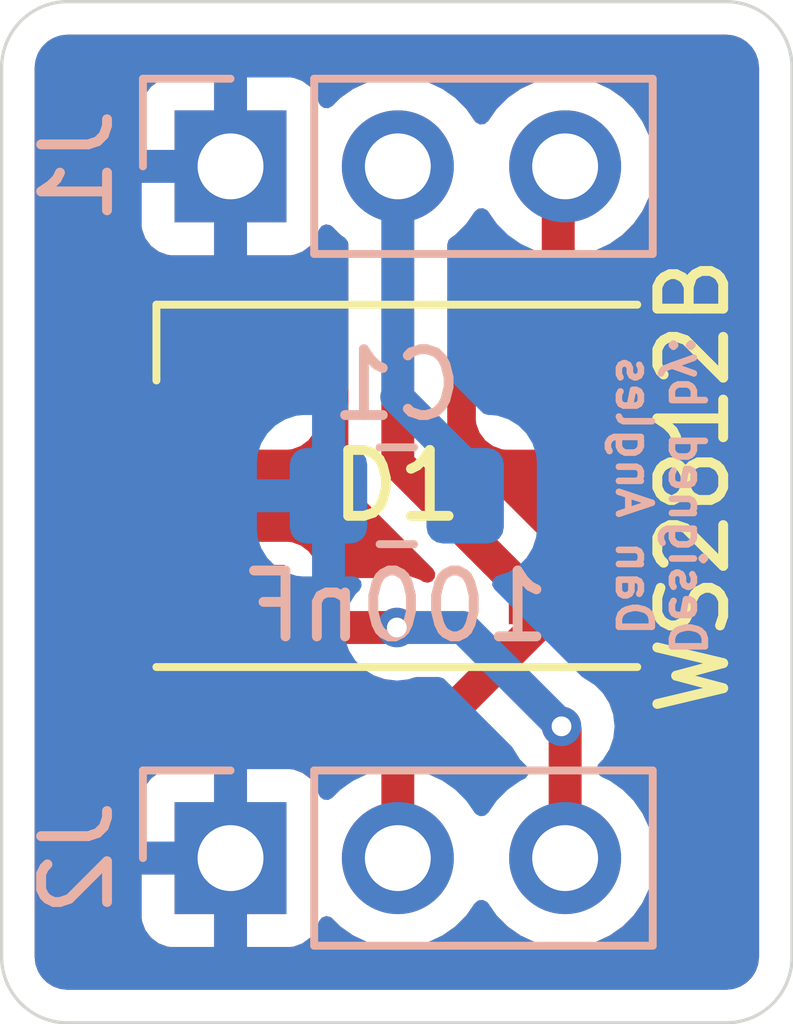
<source format=kicad_pcb>
(kicad_pcb (version 20240108) (generator "pcbnew") (generator_version "8.0")
  (layers (0 "F.Cu" signal) (31 "B.Cu" signal) (34 "B.Paste" user) (35 "F.Paste" user) (36 "B.SilkS" user "B.Silkscreen") (37 "F.SilkS" user "F.Silkscreen") (38 "B.Mask" user) (39 "F.Mask" user) (44 "Edge.Cuts" user))
  (net 0 "")
  (net 1 "5V")
  (net 2 "DIN")
  (net 3 "DOUT")
  (net 4 "GND")
  (footprint "LED_SMD:LED_WS2812B_PLCC4_5.0x5.0mm_P3.2mm" (layer "F.Cu") (at 103 102.85 180)
    (property "Reference" "D1" (at 0 0 180) (layer "F.SilkS"))
    (property "Value" "WS2812B" (at -4.5 0 -90) (layer "F.SilkS"))
    (fp_line (start 3.65 2.75) (end 3.65 1.6) (stroke (width 0.12)) (layer "F.SilkS"))
    (fp_line (start -3.65 2.75) (end 3.65 2.75) (stroke (width 0.12)) (layer "F.SilkS"))
    (fp_line (start -3.65 -2.75) (end 3.65 -2.75) (stroke (width 0.12)) (layer "F.SilkS"))
    (pad "1" smd rect (at -2.45 -1.65 180) (size 1.5 0.9) (layers "F.Cu" "F.Paste" "F.Mask") (net 1 "5V"))
    (pad "2" smd rect (at -2.45 1.65 180) (size 1.5 0.9) (layers "F.Cu" "F.Paste" "F.Mask") (net 3 "DOUT"))
    (pad "3" smd rect (at 2.45 1.65 180) (size 1.5 0.9) (layers "F.Cu" "F.Paste" "F.Mask") (net 4 "GND"))
    (pad "4" smd rect (at 2.45 -1.65 180) (size 1.5 0.9) (layers "F.Cu" "F.Paste" "F.Mask") (net 2 "DIN"))
  )
  (footprint "Connector_PinHeader_2.54mm:PinHeader_1x03_P2.54mm_Vertical" (layer "B.Cu") (at 100.475 108.5 -90)
    (property "Reference" "J2" (at 0 2.33 90) (layer "B.SilkS") (effects (justify mirror)))
    (property "Value" "IN" (hide yes))
    (fp_line (start -1.33 1.33) (end -1.33 0) (stroke (width 0.12)) (layer "B.SilkS"))
    (fp_line (start 0 1.33) (end -1.33 1.33) (stroke (width 0.12)) (layer "B.SilkS"))
    (fp_line (start 1.33 -1.27) (end -1.33 -1.27) (stroke (width 0.12)) (layer "B.SilkS"))
    (fp_line (start -1.33 -6.41) (end -1.33 -1.27) (stroke (width 0.12)) (layer "B.SilkS"))
    (fp_line (start 1.33 -6.41) (end 1.33 -1.27) (stroke (width 0.12)) (layer "B.SilkS"))
    (fp_line (start 1.33 -6.41) (end -1.33 -6.41) (stroke (width 0.12)) (layer "B.SilkS"))
    (pad "1" thru_hole rect (at 0 0 270) (size 1.7 1.7) (drill 1) (layers "*.Cu" "*.Mask") (net 4 "GND"))
    (pad "2" thru_hole oval (at 0 -2.54 270) (size 1.7 1.7) (drill 1) (layers "*.Cu" "*.Mask") (net 1 "5V"))
    (pad "3" thru_hole oval (at 0 -5.08 270) (size 1.7 1.7) (drill 1) (layers "*.Cu" "*.Mask") (net 2 "DIN"))
  )
  (footprint "Connector_PinHeader_2.54mm:PinHeader_1x03_P2.54mm_Vertical" (layer "B.Cu") (at 100.475 98 -90)
    (property "Reference" "J1" (at 0 2.33 90) (layer "B.SilkS") (effects (justify mirror)))
    (property "Value" "OUT" (hide yes))
    (fp_line (start -1.33 1.33) (end -1.33 0) (stroke (width 0.12)) (layer "B.SilkS"))
    (fp_line (start 0 1.33) (end -1.33 1.33) (stroke (width 0.12)) (layer "B.SilkS"))
    (fp_line (start 1.33 -1.27) (end -1.33 -1.27) (stroke (width 0.12)) (layer "B.SilkS"))
    (fp_line (start -1.33 -6.41) (end -1.33 -1.27) (stroke (width 0.12)) (layer "B.SilkS"))
    (fp_line (start 1.33 -6.41) (end 1.33 -1.27) (stroke (width 0.12)) (layer "B.SilkS"))
    (fp_line (start 1.33 -6.41) (end -1.33 -6.41) (stroke (width 0.12)) (layer "B.SilkS"))
    (pad "1" thru_hole rect (at 0 0 270) (size 1.7 1.7) (drill 1) (layers "*.Cu" "*.Mask") (net 4 "GND"))
    (pad "2" thru_hole oval (at 0 -2.54 270) (size 1.7 1.7) (drill 1) (layers "*.Cu" "*.Mask") (net 1 "5V"))
    (pad "3" thru_hole oval (at 0 -5.08 270) (size 1.7 1.7) (drill 1) (layers "*.Cu" "*.Mask") (net 3 "DOUT"))
  )
  (footprint "Capacitor_SMD:C_0805_2012Metric_Pad1.18x1.45mm_HandSolder" (layer "B.Cu") (at 103 103 180)
    (property "Reference" "C1" (at 0 1.68 180) (layer "B.SilkS") (effects (justify mirror)))
    (property "Value" "100nF" (at 0 -1.68 180) (layer "B.SilkS") (effects (justify mirror)))
    (fp_line (start 0.261252 0.735) (end -0.261252 0.735) (stroke (width 0.12)) (layer "B.SilkS"))
    (fp_line (start 0.261252 -0.735) (end -0.261252 -0.735) (stroke (width 0.12)) (layer "B.SilkS"))
    (pad "1" smd roundrect (at -1.0375 0 180) (size 1.175 1.45) (layers "B.Cu" "B.Paste" "B.Mask") (roundrect_rratio 0.212766) (net 1 "5V"))
    (pad "2" smd roundrect (at 1.0375 0 180) (size 1.175 1.45) (layers "B.Cu" "B.Paste" "B.Mask") (roundrect_rratio 0.212766) (net 4 "GND"))
  )
  (gr_arc (start 98 111) (mid 97.292893 110.707107) (end 97 110) (stroke (width 0.05)) (layer "Edge.Cuts"))
  (gr_arc (start 97.000001 96.500001) (mid 97.292894 95.792894) (end 98.000001 95.500001) (stroke (width 0.05)) (layer "Edge.Cuts"))
  (gr_line (start 97.000001 96.500001) (end 97 110) (stroke (width 0.05)) (layer "Edge.Cuts"))
  (gr_arc (start 108 95.5) (mid 108.707107 95.792893) (end 109 96.5) (stroke (width 0.05)) (layer "Edge.Cuts"))
  (gr_line (start 109 96.5) (end 109 110) (stroke (width 0.05)) (layer "Edge.Cuts"))
  (gr_line (start 108 111) (end 98 111) (stroke (width 0.05)) (layer "Edge.Cuts"))
  (gr_line (start 108 95.5) (end 98 95.5) (stroke (width 0.05)) (layer "Edge.Cuts"))
  (gr_arc (start 109 110) (mid 108.707107 110.707107) (end 108 111) (stroke (width 0.05)) (layer "Edge.Cuts"))
  (gr_text "Designed by:\nDan Angles" (at 107 103 270) (layer "B.SilkS") (effects (font (size 0.5 0.5) (thickness 0.1)) (justify mirror)))
  (segment (start 103.015 107.085) (end 105.45 104.65) (width 0.5) (layer "F.Cu") (net 1))
  (segment (start 103.015 102.515) (end 103.015 97.5) (width 0.5) (layer "F.Cu") (net 1))
  (segment (start 105.45 104.65) (end 105.15 104.65) (width 0.5) (layer "F.Cu") (net 1))
  (segment (start 105.15 104.65) (end 103.015 102.515) (width 0.5) (layer "F.Cu") (net 1))
  (segment (start 103.015 109) (end 103.015 107.085) (width 0.5) (layer "F.Cu") (net 1))
  (segment (start 104.0375 102.5375) (end 103 101.5) (width 0.5) (layer "B.Cu") (net 1))
  (segment (start 103 101.5) (end 103.015 101.485) (width 0.5) (layer "B.Cu") (net 1))
  (segment (start 104.0375 103) (end 104.0375 102.5375) (width 0.5) (layer "B.Cu") (net 1))
  (segment (start 103.015 101.485) (end 103.015 98) (width 0.5) (layer "B.Cu") (net 1))
  (segment (start 103 105) (end 100.9 105) (width 0.5) (layer "F.Cu") (net 2))
  (segment (start 105.555 106.555) (end 105.555 109) (width 0.5) (layer "F.Cu") (net 2))
  (segment (start 105.5 106.5) (end 105.555 106.555) (width 0.5) (layer "F.Cu") (net 2))
  (segment (start 100.9 105) (end 100.55 104.65) (width 0.5) (layer "F.Cu") (net 2))
  (via (at 105.5 106.5) (size 0.6) (drill 0.3) (layers "F.Cu" "B.Cu") (net 2))
  (via (at 103 105) (size 0.6) (drill 0.3) (layers "F.Cu" "B.Cu") (net 2))
  (segment (start 105.5 106.5) (end 104 105) (width 0.5) (layer "B.Cu") (net 2))
  (segment (start 104 105) (end 103 105) (width 0.5) (layer "B.Cu") (net 2))
  (segment (start 105.45 101.35) (end 105.45 97.605) (width 0.5) (layer "F.Cu") (net 3))
  (segment (start 105.45 97.605) (end 105.555 97.5) (width 0.5) (layer "F.Cu") (net 3))
  (zone (net 4) (net_name "GND") (layer "F.Cu") (connect_pads (clearance 0.5)) (min_thickness 0.25) (fill yes (thermal_gap 0.5) (thermal_bridge_width 0.5))
    (polygon (pts (xy 109 111) (xy 109 95.5) (xy 97 95.5) (xy 97 111)))
  )
  (zone (net 4) (net_name "GND") (layer "B.Cu") (priority 1) (connect_pads (clearance 0.5)) (min_thickness 0.25) (fill yes (thermal_gap 0.5) (thermal_bridge_width 0.5))
    (polygon (pts (xy 109 111) (xy 109 95.5) (xy 97 95.5) (xy 97 111)))
  )
)
</source>
